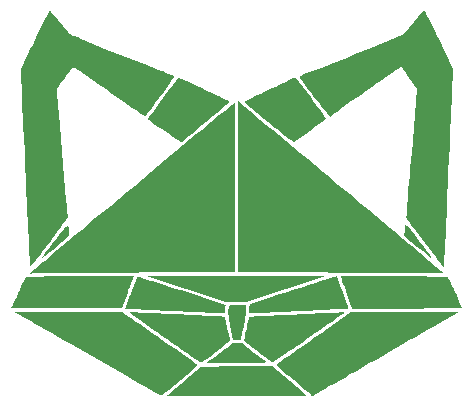
<source format=gbr>
%TF.GenerationSoftware,KiCad,Pcbnew,7.0.2*%
%TF.CreationDate,2023-06-11T16:55:18-04:00*%
%TF.ProjectId,Robocat Pin,526f626f-6361-4742-9050-696e2e6b6963,rev?*%
%TF.SameCoordinates,Original*%
%TF.FileFunction,Soldermask,Top*%
%TF.FilePolarity,Negative*%
%FSLAX46Y46*%
G04 Gerber Fmt 4.6, Leading zero omitted, Abs format (unit mm)*
G04 Created by KiCad (PCBNEW 7.0.2) date 2023-06-11 16:55:18*
%MOMM*%
%LPD*%
G01*
G04 APERTURE LIST*
G04 APERTURE END LIST*
%TO.C,G\u002A\u002A\u002A*%
G36*
X53583557Y-52909760D02*
G01*
X54393876Y-52910280D01*
X55171506Y-52911141D01*
X55900257Y-52912343D01*
X56531322Y-52913796D01*
X60329382Y-52924017D01*
X53559770Y-55109547D01*
X52692945Y-55104348D01*
X51826120Y-55099148D01*
X48488181Y-54011583D01*
X45150242Y-52924017D01*
X48941752Y-52913796D01*
X49608237Y-52912272D01*
X50339167Y-52911088D01*
X51118354Y-52910245D01*
X51929607Y-52909742D01*
X52756738Y-52909581D01*
X53583557Y-52909760D01*
G37*
G36*
X54248734Y-59444285D02*
G01*
X55333739Y-60255562D01*
X54910405Y-60280700D01*
X54765959Y-60286997D01*
X54562979Y-60292540D01*
X54309888Y-60297328D01*
X54015111Y-60301361D01*
X53687071Y-60304638D01*
X53334192Y-60307157D01*
X52964897Y-60308918D01*
X52587610Y-60309920D01*
X52210755Y-60310161D01*
X51842756Y-60309641D01*
X51492036Y-60308359D01*
X51167019Y-60306314D01*
X50876129Y-60303504D01*
X50627789Y-60299930D01*
X50430423Y-60295589D01*
X50292455Y-60290481D01*
X50222309Y-60284605D01*
X50215437Y-60281242D01*
X50260147Y-60245549D01*
X50359258Y-60169007D01*
X50502872Y-60059118D01*
X50681089Y-59923383D01*
X50884012Y-59769304D01*
X51101742Y-59604382D01*
X51324379Y-59436118D01*
X51542026Y-59272014D01*
X51744783Y-59119571D01*
X51922753Y-58986292D01*
X52011092Y-58920447D01*
X52397651Y-58633007D01*
X53163730Y-58633007D01*
X54248734Y-59444285D01*
G37*
G36*
X38476039Y-48617313D02*
G01*
X38501914Y-48720693D01*
X38517805Y-48845876D01*
X38535746Y-49026088D01*
X38554848Y-49210445D01*
X38567218Y-49324921D01*
X38590261Y-49531819D01*
X37447079Y-50479204D01*
X37184317Y-50696407D01*
X36938749Y-50898334D01*
X36717791Y-51078969D01*
X36528859Y-51232293D01*
X36379368Y-51352289D01*
X36276734Y-51432940D01*
X36228371Y-51468228D01*
X36228097Y-51468382D01*
X36205290Y-51465464D01*
X36233499Y-51405076D01*
X36308732Y-51293927D01*
X36414698Y-51149743D01*
X36556372Y-50960357D01*
X36725794Y-50736116D01*
X36915003Y-50487370D01*
X37116040Y-50224465D01*
X37320944Y-49957750D01*
X37521756Y-49697572D01*
X37710516Y-49454279D01*
X37879263Y-49238219D01*
X38020038Y-49059741D01*
X38124881Y-48929191D01*
X38165119Y-48880653D01*
X38274391Y-48755883D01*
X38367808Y-48656635D01*
X38431051Y-48597810D01*
X38445920Y-48588474D01*
X38476039Y-48617313D01*
G37*
G36*
X67127023Y-48599731D02*
G01*
X67197529Y-48658608D01*
X67247299Y-48707376D01*
X67299443Y-48766921D01*
X67390282Y-48878722D01*
X67513835Y-49034900D01*
X67664124Y-49227572D01*
X67835170Y-49448857D01*
X68020994Y-49690873D01*
X68215616Y-49945739D01*
X68413058Y-50205573D01*
X68607341Y-50462494D01*
X68792486Y-50708620D01*
X68962512Y-50936069D01*
X69111443Y-51136961D01*
X69233297Y-51303413D01*
X69322097Y-51427544D01*
X69371863Y-51501472D01*
X69380315Y-51519095D01*
X69342394Y-51507035D01*
X69271060Y-51456455D01*
X69261204Y-51448290D01*
X69206924Y-51402738D01*
X69098768Y-51312101D01*
X68944532Y-51182909D01*
X68752017Y-51021693D01*
X68529020Y-50834983D01*
X68283339Y-50629310D01*
X68057301Y-50440105D01*
X66956409Y-49518654D01*
X66984025Y-49103517D01*
X67000892Y-48871953D01*
X67018764Y-48713107D01*
X67042502Y-48619665D01*
X67076967Y-48584312D01*
X67127023Y-48599731D01*
G37*
G36*
X57222837Y-61807234D02*
G01*
X57563230Y-62094442D01*
X57846641Y-62334351D01*
X58077736Y-62531313D01*
X58261183Y-62689676D01*
X58401646Y-62813793D01*
X58503792Y-62908012D01*
X58572287Y-62976685D01*
X58611796Y-63024161D01*
X58626987Y-63054792D01*
X58622525Y-63072927D01*
X58603076Y-63082917D01*
X58593631Y-63085286D01*
X58540472Y-63088267D01*
X58411279Y-63091213D01*
X58210655Y-63094100D01*
X57943199Y-63096906D01*
X57613515Y-63099606D01*
X57226202Y-63102178D01*
X56785863Y-63104599D01*
X56297099Y-63106845D01*
X55764511Y-63108894D01*
X55192701Y-63110721D01*
X54586270Y-63112304D01*
X53949820Y-63113620D01*
X53287952Y-63114645D01*
X52633385Y-63115333D01*
X46788270Y-63120073D01*
X46888147Y-63025881D01*
X46939217Y-62980991D01*
X47045301Y-62890310D01*
X47199631Y-62759538D01*
X47395442Y-62594378D01*
X47625965Y-62400529D01*
X47884435Y-62183691D01*
X48164083Y-61949566D01*
X48378977Y-61769958D01*
X49769929Y-60608228D01*
X52753421Y-60581359D01*
X55736913Y-60554489D01*
X57222837Y-61807234D01*
G37*
G36*
X53539556Y-55761577D02*
G01*
X53533258Y-55981958D01*
X53516510Y-56217049D01*
X53492457Y-56426820D01*
X53482401Y-56489632D01*
X53458273Y-56617343D01*
X53423293Y-56792331D01*
X53380282Y-57001473D01*
X53332058Y-57231647D01*
X53281443Y-57469730D01*
X53231256Y-57702601D01*
X53184317Y-57917138D01*
X53143446Y-58100218D01*
X53111463Y-58238719D01*
X53091187Y-58319518D01*
X53085881Y-58334793D01*
X53028975Y-58351465D01*
X52921169Y-58363022D01*
X52792112Y-58367999D01*
X52671454Y-58364934D01*
X52612700Y-58358142D01*
X52471978Y-58332534D01*
X52281369Y-57471386D01*
X52222580Y-57199360D01*
X52168066Y-56935130D01*
X52121042Y-56695224D01*
X52084723Y-56496172D01*
X52062325Y-56354499D01*
X52059234Y-56329588D01*
X52046710Y-56155817D01*
X52044180Y-55965928D01*
X52050528Y-55779245D01*
X52064642Y-55615091D01*
X52085406Y-55492791D01*
X52110970Y-55432315D01*
X52161918Y-55419795D01*
X52279536Y-55406678D01*
X52449876Y-55394037D01*
X52658993Y-55382943D01*
X52844135Y-55375926D01*
X53539612Y-55354028D01*
X53539556Y-55761577D01*
G37*
G36*
X44030125Y-52903985D02*
G01*
X44002534Y-52994127D01*
X43982397Y-53052384D01*
X43937916Y-53176328D01*
X43872561Y-53356440D01*
X43789806Y-53583200D01*
X43693121Y-53847088D01*
X43585978Y-54138583D01*
X43508021Y-54350148D01*
X43041099Y-55616028D01*
X42195918Y-55642183D01*
X42030747Y-55646013D01*
X41792214Y-55649675D01*
X41487590Y-55653127D01*
X41124146Y-55656329D01*
X40709156Y-55659241D01*
X40249891Y-55661821D01*
X39753622Y-55664030D01*
X39227623Y-55665827D01*
X38679164Y-55667171D01*
X38115518Y-55668021D01*
X37543957Y-55668337D01*
X37508353Y-55668338D01*
X33665969Y-55668338D01*
X33739985Y-55498070D01*
X33799326Y-55365076D01*
X33886383Y-55174577D01*
X33994264Y-54941240D01*
X34116079Y-54679734D01*
X34244940Y-54404727D01*
X34373957Y-54130887D01*
X34496239Y-53872882D01*
X34604897Y-53645380D01*
X34693041Y-53463049D01*
X34748583Y-53350790D01*
X34909948Y-53031875D01*
X35284383Y-53008463D01*
X35414372Y-53002452D01*
X35617301Y-52995868D01*
X35885476Y-52988822D01*
X36211207Y-52981426D01*
X36586800Y-52973792D01*
X37004562Y-52966031D01*
X37456803Y-52958255D01*
X37935828Y-52950575D01*
X38433946Y-52943104D01*
X38943464Y-52935953D01*
X39456690Y-52929233D01*
X39965932Y-52923056D01*
X40463496Y-52917535D01*
X40941692Y-52912779D01*
X41392825Y-52908902D01*
X41809204Y-52906015D01*
X42183137Y-52904229D01*
X42505424Y-52903655D01*
X44030125Y-52903985D01*
G37*
G36*
X61323809Y-53177124D02*
G01*
X61414139Y-53415443D01*
X61512969Y-53681017D01*
X61616844Y-53964083D01*
X61722308Y-54254877D01*
X61825908Y-54543636D01*
X61924189Y-54820597D01*
X62013696Y-55075997D01*
X62090975Y-55300072D01*
X62152572Y-55483060D01*
X62195032Y-55615198D01*
X62214901Y-55686721D01*
X62215303Y-55696697D01*
X62193668Y-55699016D01*
X62137138Y-55702827D01*
X62042044Y-55708308D01*
X61904718Y-55715637D01*
X61721492Y-55724994D01*
X61488699Y-55736555D01*
X61202670Y-55750500D01*
X60859737Y-55767006D01*
X60456233Y-55786252D01*
X59988488Y-55808416D01*
X59452836Y-55833676D01*
X58845608Y-55862210D01*
X58163136Y-55894198D01*
X57833421Y-55909629D01*
X57547996Y-55923035D01*
X57203863Y-55939283D01*
X56822856Y-55957337D01*
X56426809Y-55976161D01*
X56037555Y-55994719D01*
X55717117Y-56010048D01*
X55391302Y-56025128D01*
X55074842Y-56038783D01*
X54781366Y-56050498D01*
X54524499Y-56059759D01*
X54317869Y-56066054D01*
X54175103Y-56068868D01*
X54153355Y-56068969D01*
X53818914Y-56068969D01*
X53830453Y-55681272D01*
X53841993Y-55293575D01*
X55132151Y-54879238D01*
X55499744Y-54761342D01*
X55900096Y-54633221D01*
X56326154Y-54497112D01*
X56770860Y-54355254D01*
X57227158Y-54209884D01*
X57687994Y-54063242D01*
X58146310Y-53917565D01*
X58595052Y-53775092D01*
X59027163Y-53638060D01*
X59435587Y-53508709D01*
X59813269Y-53389276D01*
X60153152Y-53281999D01*
X60448181Y-53189117D01*
X60691300Y-53112867D01*
X60875453Y-53055489D01*
X60993584Y-53019220D01*
X61026704Y-53009410D01*
X61236496Y-52949474D01*
X61323809Y-53177124D01*
G37*
G36*
X53086040Y-38310679D02*
G01*
X53448770Y-38609205D01*
X53851234Y-38941251D01*
X54290505Y-39304370D01*
X54763655Y-39696112D01*
X55267754Y-40114026D01*
X55799874Y-40555663D01*
X56357087Y-41018573D01*
X56936465Y-41500307D01*
X57535078Y-41998415D01*
X58149999Y-42510447D01*
X58778298Y-43033953D01*
X59417049Y-43566484D01*
X60063321Y-44105591D01*
X60714187Y-44648822D01*
X61366718Y-45193730D01*
X62017985Y-45737863D01*
X62665061Y-46278772D01*
X63305016Y-46814008D01*
X63934923Y-47341121D01*
X64551852Y-47857661D01*
X65152876Y-48361179D01*
X65735066Y-48849224D01*
X66295493Y-49319347D01*
X66831229Y-49769099D01*
X67339345Y-50196029D01*
X67816913Y-50597689D01*
X68261005Y-50971627D01*
X68668693Y-51315395D01*
X69037046Y-51626543D01*
X69363138Y-51902621D01*
X69644040Y-52141179D01*
X69876822Y-52339768D01*
X70058558Y-52495938D01*
X70186318Y-52607239D01*
X70257174Y-52671222D01*
X70271358Y-52686457D01*
X70231307Y-52690923D01*
X70112203Y-52694190D01*
X69915619Y-52696267D01*
X69643128Y-52697160D01*
X69296301Y-52696876D01*
X68876713Y-52695424D01*
X68385936Y-52692809D01*
X67825542Y-52689040D01*
X67197105Y-52684124D01*
X66502197Y-52678067D01*
X65742391Y-52670877D01*
X64919260Y-52662561D01*
X64808342Y-52661404D01*
X64412871Y-52657682D01*
X63946123Y-52654006D01*
X63417455Y-52650419D01*
X62836227Y-52646962D01*
X62211795Y-52643677D01*
X61553517Y-52640606D01*
X60870751Y-52637790D01*
X60172855Y-52635272D01*
X59469188Y-52633092D01*
X58769106Y-52631293D01*
X58081967Y-52629916D01*
X57581437Y-52629187D01*
X52894532Y-52623543D01*
X52894532Y-38153306D01*
X53086040Y-38310679D01*
G37*
G36*
X59004922Y-37811441D02*
G01*
X59250467Y-38135698D01*
X59481952Y-38441356D01*
X59694737Y-38722291D01*
X59884183Y-38972381D01*
X60045650Y-39185500D01*
X60174500Y-39355525D01*
X60266092Y-39476332D01*
X60315788Y-39541798D01*
X60323040Y-39551304D01*
X60312691Y-39582099D01*
X60254370Y-39643837D01*
X60144713Y-39739266D01*
X59980361Y-39871130D01*
X59757953Y-40042178D01*
X59474127Y-40255154D01*
X59338800Y-40355546D01*
X58968092Y-40628799D01*
X58630621Y-40875509D01*
X58331563Y-41091976D01*
X58076091Y-41274504D01*
X57869382Y-41419394D01*
X57716608Y-41522947D01*
X57625149Y-41580230D01*
X57578312Y-41565930D01*
X57480375Y-41508162D01*
X57342522Y-41414346D01*
X57175938Y-41291903D01*
X57083747Y-41221003D01*
X56856738Y-41042271D01*
X56599986Y-40837334D01*
X56319835Y-40611477D01*
X56022628Y-40369984D01*
X55714709Y-40118138D01*
X55402420Y-39861225D01*
X55092104Y-39604529D01*
X54790106Y-39353334D01*
X54502768Y-39112923D01*
X54236433Y-38888583D01*
X53997445Y-38685596D01*
X53792148Y-38509247D01*
X53626883Y-38364820D01*
X53507996Y-38257600D01*
X53441828Y-38192872D01*
X53430246Y-38177432D01*
X53460328Y-38147113D01*
X53552343Y-38089373D01*
X53695049Y-38010446D01*
X53877201Y-37916570D01*
X54072688Y-37821059D01*
X54262782Y-37730778D01*
X54498876Y-37619228D01*
X54771840Y-37490676D01*
X55072544Y-37349387D01*
X55391857Y-37199627D01*
X55720648Y-37045664D01*
X56049787Y-36891763D01*
X56370143Y-36742190D01*
X56672585Y-36601212D01*
X56947984Y-36473094D01*
X57187208Y-36362103D01*
X57381127Y-36272505D01*
X57520609Y-36208566D01*
X57596526Y-36174552D01*
X57597350Y-36174199D01*
X57724135Y-36120000D01*
X59004922Y-37811441D01*
G37*
G36*
X44440852Y-52996020D02*
G01*
X44556645Y-53029699D01*
X44729157Y-53082075D01*
X44948419Y-53150076D01*
X45204459Y-53230629D01*
X45487306Y-53320661D01*
X45572468Y-53347959D01*
X46196638Y-53548415D01*
X46879215Y-53767757D01*
X47601916Y-54000105D01*
X48346463Y-54239579D01*
X49094574Y-54480300D01*
X49827969Y-54716387D01*
X50528368Y-54941960D01*
X50611780Y-54968832D01*
X51816488Y-55356960D01*
X51791066Y-55598652D01*
X51777067Y-55750752D01*
X51767834Y-55887539D01*
X51765643Y-55954657D01*
X51765643Y-56068969D01*
X51332231Y-56061009D01*
X51111335Y-56056257D01*
X50881049Y-56050166D01*
X50677352Y-56043729D01*
X50596437Y-56040681D01*
X50450448Y-56034492D01*
X50236510Y-56025117D01*
X49962496Y-56012918D01*
X49636279Y-55998257D01*
X49265733Y-55981497D01*
X48858730Y-55963001D01*
X48423146Y-55943132D01*
X47966852Y-55922252D01*
X47497722Y-55900723D01*
X47023630Y-55878910D01*
X46552450Y-55857173D01*
X46092053Y-55835877D01*
X45650315Y-55815383D01*
X45235108Y-55796054D01*
X44854305Y-55778253D01*
X44515781Y-55762343D01*
X44227408Y-55748686D01*
X43997059Y-55737645D01*
X43832610Y-55729583D01*
X43749826Y-55725304D01*
X43552030Y-55713148D01*
X43422395Y-55700939D01*
X43348492Y-55686043D01*
X43317889Y-55665830D01*
X43318155Y-55637665D01*
X43319456Y-55634170D01*
X43339855Y-55580956D01*
X43384861Y-55462754D01*
X43450674Y-55289569D01*
X43533496Y-55071402D01*
X43629528Y-54818256D01*
X43734972Y-54540134D01*
X43763748Y-54464207D01*
X43905842Y-54089927D01*
X44022747Y-53783992D01*
X44117338Y-53539631D01*
X44192487Y-53350072D01*
X44251068Y-53208543D01*
X44295955Y-53108272D01*
X44330019Y-53042487D01*
X44356136Y-53004417D01*
X44377177Y-52987289D01*
X44391750Y-52984111D01*
X44440852Y-52996020D01*
G37*
G36*
X62989829Y-52905928D02*
G01*
X63408959Y-52907777D01*
X63891482Y-52911080D01*
X64440368Y-52915839D01*
X65058585Y-52922057D01*
X65749100Y-52929736D01*
X66514882Y-52938878D01*
X67187072Y-52947290D01*
X67705880Y-52954239D01*
X68201561Y-52961552D01*
X68668188Y-52969101D01*
X69099834Y-52976758D01*
X69490570Y-52984397D01*
X69834471Y-52991891D01*
X70125608Y-52999112D01*
X70358054Y-53005935D01*
X70525882Y-53012232D01*
X70623164Y-53017876D01*
X70646119Y-53021376D01*
X70674018Y-53067882D01*
X70728725Y-53176024D01*
X70805693Y-53335737D01*
X70900376Y-53536956D01*
X71008227Y-53769616D01*
X71124701Y-54023651D01*
X71245250Y-54288996D01*
X71365328Y-54555584D01*
X71480389Y-54813351D01*
X71585886Y-55052232D01*
X71677273Y-55262160D01*
X71750003Y-55433070D01*
X71799529Y-55554897D01*
X71821307Y-55617575D01*
X71821544Y-55623663D01*
X71776835Y-55628787D01*
X71654856Y-55634269D01*
X71458970Y-55640066D01*
X71192541Y-55646132D01*
X70858933Y-55652425D01*
X70461508Y-55658900D01*
X70003631Y-55665512D01*
X69488665Y-55672219D01*
X68919974Y-55678974D01*
X68300921Y-55685736D01*
X67634870Y-55692458D01*
X66925185Y-55699098D01*
X66175228Y-55705611D01*
X65388364Y-55711953D01*
X64693447Y-55717173D01*
X62562680Y-55732659D01*
X62522486Y-55630388D01*
X62457794Y-55462401D01*
X62378034Y-55249946D01*
X62286912Y-55003396D01*
X62188131Y-54733126D01*
X62085397Y-54449506D01*
X61982414Y-54162912D01*
X61882886Y-53883715D01*
X61790520Y-53622288D01*
X61709018Y-53389005D01*
X61642086Y-53194238D01*
X61593428Y-53048361D01*
X61566750Y-52961746D01*
X61562786Y-52943244D01*
X61581621Y-52933534D01*
X61640103Y-52925261D01*
X61741202Y-52918428D01*
X61887886Y-52913036D01*
X62083122Y-52909088D01*
X62329879Y-52906586D01*
X62631125Y-52905532D01*
X62989829Y-52905928D01*
G37*
G36*
X67840846Y-55953665D02*
G01*
X68395003Y-55954663D01*
X68833896Y-55956259D01*
X71569291Y-55968812D01*
X70849769Y-56384541D01*
X70542012Y-56562207D01*
X70188997Y-56765732D01*
X69795014Y-56992658D01*
X69364351Y-57240525D01*
X68901296Y-57506874D01*
X68410139Y-57789246D01*
X67895168Y-58085182D01*
X67360672Y-58392224D01*
X66810940Y-58707911D01*
X66250259Y-59029786D01*
X65682920Y-59355389D01*
X65113210Y-59682261D01*
X64545419Y-60007943D01*
X63983834Y-60329976D01*
X63432746Y-60645901D01*
X62896441Y-60953260D01*
X62379210Y-61249592D01*
X61885341Y-61532439D01*
X61419122Y-61799342D01*
X60984842Y-62047843D01*
X60586791Y-62275481D01*
X60229255Y-62479798D01*
X59916526Y-62658336D01*
X59652890Y-62808634D01*
X59442636Y-62928234D01*
X59290055Y-63014677D01*
X59199433Y-63065504D01*
X59174347Y-63078881D01*
X59141802Y-63053947D01*
X59057214Y-62985105D01*
X58930095Y-62880208D01*
X58769954Y-62747110D01*
X58586301Y-62593661D01*
X58559135Y-62570901D01*
X58237866Y-62300878D01*
X57918180Y-62030747D01*
X57606764Y-61766268D01*
X57310306Y-61513197D01*
X57035492Y-61277293D01*
X56789011Y-61064315D01*
X56577549Y-60880020D01*
X56407794Y-60730166D01*
X56286433Y-60620511D01*
X56220723Y-60557417D01*
X56099770Y-60429571D01*
X56200152Y-60348397D01*
X56267987Y-60297486D01*
X56399235Y-60202968D01*
X56591021Y-60066853D01*
X56840464Y-59891149D01*
X57144688Y-59677866D01*
X57500813Y-59429013D01*
X57905963Y-59146599D01*
X58357259Y-58832633D01*
X58851822Y-58489124D01*
X59386776Y-58118081D01*
X59959241Y-57721513D01*
X60423994Y-57399885D01*
X62450123Y-55998307D01*
X64274312Y-55971007D01*
X64653070Y-55966237D01*
X65098568Y-55962156D01*
X65596910Y-55958810D01*
X66134203Y-55956242D01*
X66696552Y-55954499D01*
X67270065Y-55953625D01*
X67840846Y-55953665D01*
G37*
G36*
X47847264Y-36158017D02*
G01*
X47889839Y-36169041D01*
X47952996Y-36191089D01*
X48041603Y-36226299D01*
X48160526Y-36276809D01*
X48314631Y-36344759D01*
X48508785Y-36432287D01*
X48747854Y-36541530D01*
X49036705Y-36674629D01*
X49380203Y-36833721D01*
X49783217Y-37020945D01*
X50250612Y-37238440D01*
X50656913Y-37427639D01*
X50958017Y-37568381D01*
X51240726Y-37701491D01*
X51495467Y-37822388D01*
X51712667Y-37926492D01*
X51882753Y-38009221D01*
X51996152Y-38065996D01*
X52037165Y-38088133D01*
X52167576Y-38166540D01*
X51835400Y-38454111D01*
X51602656Y-38654664D01*
X51341036Y-38878469D01*
X51056632Y-39120438D01*
X50755538Y-39375487D01*
X50443847Y-39638530D01*
X50127651Y-39904482D01*
X49813043Y-40168257D01*
X49506118Y-40424770D01*
X49212967Y-40668935D01*
X48939683Y-40895667D01*
X48692361Y-41099881D01*
X48477092Y-41276491D01*
X48299970Y-41420411D01*
X48167087Y-41526557D01*
X48084538Y-41589842D01*
X48058804Y-41606193D01*
X48017952Y-41584676D01*
X47921204Y-41524691D01*
X47779163Y-41433090D01*
X47602431Y-41316722D01*
X47401612Y-41182437D01*
X47371074Y-41161853D01*
X47160437Y-41018103D01*
X46918502Y-40850311D01*
X46657077Y-40666921D01*
X46387969Y-40476376D01*
X46122986Y-40287118D01*
X45873935Y-40107590D01*
X45652623Y-39946234D01*
X45470859Y-39811495D01*
X45340448Y-39711814D01*
X45316389Y-39692664D01*
X45217135Y-39612595D01*
X45325617Y-39449701D01*
X45364461Y-39395563D01*
X45445916Y-39285146D01*
X45564134Y-39126216D01*
X45713272Y-38926539D01*
X45887483Y-38693883D01*
X46080923Y-38436013D01*
X46287745Y-38160696D01*
X46502105Y-37875697D01*
X46718156Y-37588784D01*
X46930054Y-37307723D01*
X47131953Y-37040279D01*
X47318006Y-36794220D01*
X47482370Y-36577311D01*
X47619198Y-36397319D01*
X47722645Y-36262010D01*
X47786866Y-36179151D01*
X47794373Y-36169700D01*
X47804398Y-36160485D01*
X47820406Y-36155878D01*
X47847264Y-36158017D01*
G37*
G36*
X43871061Y-56002499D02*
G01*
X44045967Y-56007357D01*
X44272540Y-56015204D01*
X44541155Y-56025718D01*
X44842190Y-56038575D01*
X45036931Y-56047398D01*
X45344331Y-56061601D01*
X45717886Y-56078826D01*
X46143201Y-56098413D01*
X46605883Y-56119697D01*
X47091537Y-56142019D01*
X47585767Y-56164716D01*
X48074181Y-56187126D01*
X48540247Y-56208489D01*
X49121142Y-56235169D01*
X49626716Y-56258569D01*
X50062202Y-56278980D01*
X50432833Y-56296694D01*
X50743842Y-56312001D01*
X51000463Y-56325193D01*
X51207929Y-56336561D01*
X51371473Y-56346396D01*
X51496328Y-56354989D01*
X51587729Y-56362632D01*
X51650907Y-56369615D01*
X51691096Y-56376230D01*
X51713530Y-56382767D01*
X51718509Y-56385304D01*
X51738072Y-56429711D01*
X51771688Y-56541256D01*
X51816439Y-56708749D01*
X51869405Y-56920997D01*
X51927667Y-57166807D01*
X51965126Y-57330957D01*
X52024615Y-57594601D01*
X52079071Y-57834297D01*
X52125782Y-58038237D01*
X52162035Y-58194615D01*
X52185117Y-58291623D01*
X52191495Y-58316348D01*
X52184042Y-58347853D01*
X52145109Y-58399120D01*
X52070338Y-58473798D01*
X51955374Y-58575535D01*
X51795859Y-58707982D01*
X51587436Y-58874787D01*
X51325748Y-59079600D01*
X51006438Y-59326070D01*
X50766176Y-59510149D01*
X50452308Y-59748215D01*
X50198009Y-59936886D01*
X50000782Y-60077915D01*
X49858127Y-60173054D01*
X49767544Y-60224056D01*
X49733007Y-60234427D01*
X49682140Y-60212560D01*
X49582870Y-60154971D01*
X49452707Y-60072095D01*
X49386913Y-60028108D01*
X48986914Y-59755655D01*
X48570520Y-59470203D01*
X48142683Y-59175266D01*
X47708358Y-58874358D01*
X47272496Y-58570996D01*
X46840052Y-58268692D01*
X46415978Y-57970963D01*
X46005227Y-57681323D01*
X45612753Y-57403287D01*
X45243508Y-57140370D01*
X44902446Y-56896086D01*
X44594520Y-56673950D01*
X44324683Y-56477478D01*
X44097889Y-56310183D01*
X43919089Y-56175582D01*
X43793238Y-56077188D01*
X43725288Y-56018516D01*
X43714740Y-56003042D01*
X43757444Y-56000953D01*
X43871061Y-56002499D01*
G37*
G36*
X61819310Y-56007807D02*
G01*
X61866820Y-56020976D01*
X61866542Y-56026696D01*
X61824332Y-56064560D01*
X61721667Y-56143158D01*
X61564304Y-56258534D01*
X61358005Y-56406729D01*
X61108527Y-56583787D01*
X60821631Y-56785749D01*
X60503077Y-57008657D01*
X60158623Y-57248555D01*
X59794030Y-57501484D01*
X59415056Y-57763487D01*
X59027461Y-58030607D01*
X58637005Y-58298885D01*
X58249447Y-58564364D01*
X57870547Y-58823087D01*
X57506064Y-59071096D01*
X57161758Y-59304433D01*
X56843387Y-59519141D01*
X56556713Y-59711262D01*
X56307493Y-59876838D01*
X56101488Y-60011912D01*
X55944458Y-60112526D01*
X55842160Y-60174723D01*
X55800977Y-60194623D01*
X55748652Y-60171669D01*
X55643647Y-60108575D01*
X55497907Y-60013116D01*
X55323379Y-59893071D01*
X55170249Y-59783976D01*
X54909442Y-59594148D01*
X54646029Y-59400211D01*
X54388385Y-59208539D01*
X54144889Y-59025504D01*
X53923918Y-58857478D01*
X53733847Y-58710835D01*
X53583054Y-58591947D01*
X53479915Y-58507187D01*
X53432808Y-58462928D01*
X53431758Y-58461403D01*
X53415063Y-58412107D01*
X53411670Y-58332098D01*
X53422840Y-58212609D01*
X53449832Y-58044870D01*
X53493905Y-57820115D01*
X53556320Y-57529575D01*
X53582650Y-57411083D01*
X53651339Y-57104529D01*
X53705430Y-56867069D01*
X53747844Y-56689583D01*
X53781501Y-56562954D01*
X53809322Y-56478063D01*
X53834229Y-56425790D01*
X53859141Y-56397019D01*
X53886980Y-56382628D01*
X53914499Y-56375049D01*
X53967656Y-56369891D01*
X54095459Y-56361527D01*
X54291998Y-56350250D01*
X54551360Y-56336356D01*
X54867635Y-56320137D01*
X55234911Y-56301889D01*
X55647277Y-56281904D01*
X56098820Y-56260478D01*
X56583631Y-56237903D01*
X57095798Y-56214475D01*
X57593063Y-56192106D01*
X58132695Y-56167967D01*
X58655682Y-56144453D01*
X59155532Y-56121864D01*
X59625751Y-56100498D01*
X60059847Y-56080653D01*
X60451327Y-56062629D01*
X60793698Y-56046724D01*
X61080466Y-56033238D01*
X61305140Y-56022468D01*
X61461226Y-56014714D01*
X61534752Y-56010739D01*
X61705159Y-56004228D01*
X61819310Y-56007807D01*
G37*
G36*
X43666938Y-56381909D02*
G01*
X43802700Y-56476772D01*
X43997544Y-56612907D01*
X44244588Y-56785506D01*
X44536948Y-56989760D01*
X44867741Y-57220860D01*
X45230083Y-57473997D01*
X45617092Y-57744363D01*
X46021885Y-58027149D01*
X46437577Y-58317546D01*
X46790400Y-58564020D01*
X47193091Y-58845452D01*
X47578052Y-59114729D01*
X47939967Y-59368119D01*
X48273522Y-59601891D01*
X48573402Y-59812312D01*
X48834294Y-59995651D01*
X49050883Y-60148175D01*
X49217853Y-60266153D01*
X49329891Y-60345852D01*
X49381683Y-60383541D01*
X49383078Y-60384641D01*
X49472109Y-60456279D01*
X48757025Y-61077056D01*
X48529492Y-61273516D01*
X48281812Y-61485508D01*
X48021732Y-61706571D01*
X47756997Y-61930245D01*
X47495351Y-62150070D01*
X47244540Y-62359586D01*
X47012309Y-62552332D01*
X46806404Y-62721848D01*
X46634568Y-62861675D01*
X46504548Y-62965351D01*
X46424089Y-63026416D01*
X46405025Y-63038867D01*
X46342717Y-63037363D01*
X46226176Y-62992954D01*
X46051111Y-62903821D01*
X45939770Y-62841616D01*
X45504398Y-62593062D01*
X45034352Y-62324448D01*
X44533736Y-62038131D01*
X44006651Y-61736471D01*
X43457202Y-61421824D01*
X42889489Y-61096549D01*
X42307617Y-60763005D01*
X41715688Y-60423548D01*
X41117804Y-60080537D01*
X40518068Y-59736330D01*
X39920583Y-59393285D01*
X39329452Y-59053760D01*
X38748776Y-58720113D01*
X38182660Y-58394702D01*
X37635204Y-58079886D01*
X37110513Y-57778021D01*
X36612689Y-57491466D01*
X36145835Y-57222580D01*
X35714052Y-56973720D01*
X35321445Y-56747244D01*
X34972115Y-56545510D01*
X34670165Y-56370876D01*
X34419698Y-56225701D01*
X34224816Y-56112342D01*
X34089623Y-56033157D01*
X34018221Y-55990504D01*
X34007818Y-55983706D01*
X34041974Y-55978874D01*
X34152282Y-55974276D01*
X34334260Y-55969946D01*
X34583425Y-55965918D01*
X34895294Y-55962229D01*
X35265384Y-55958912D01*
X35689214Y-55956002D01*
X36162300Y-55953535D01*
X36680160Y-55951544D01*
X37238311Y-55950065D01*
X37832271Y-55949133D01*
X38457556Y-55948782D01*
X38508319Y-55948780D01*
X43047121Y-55948780D01*
X43666938Y-56381909D01*
G37*
G36*
X52590158Y-38280288D02*
G01*
X52592677Y-38395798D01*
X52595108Y-38583413D01*
X52597435Y-38839121D01*
X52599645Y-39158913D01*
X52601725Y-39538777D01*
X52603660Y-39974702D01*
X52605436Y-40462679D01*
X52607040Y-40998695D01*
X52608458Y-41578741D01*
X52609676Y-42198805D01*
X52610680Y-42854877D01*
X52611456Y-43542946D01*
X52611991Y-44259002D01*
X52612270Y-44999032D01*
X52612310Y-45405895D01*
X52612310Y-52570897D01*
X51940633Y-52597220D01*
X51789560Y-52601534D01*
X51565982Y-52605648D01*
X51278026Y-52609505D01*
X50933822Y-52613044D01*
X50541498Y-52616208D01*
X50109182Y-52618937D01*
X49645005Y-52621172D01*
X49157094Y-52622855D01*
X48653578Y-52623926D01*
X48201188Y-52624317D01*
X47722068Y-52624743D01*
X47202089Y-52625763D01*
X46646191Y-52627340D01*
X46059316Y-52629433D01*
X45446405Y-52632005D01*
X44812398Y-52635016D01*
X44162236Y-52638427D01*
X43500860Y-52642198D01*
X42833211Y-52646293D01*
X42164230Y-52650670D01*
X41498857Y-52655291D01*
X40842033Y-52660118D01*
X40198700Y-52665111D01*
X39573798Y-52670232D01*
X38972267Y-52675441D01*
X38399049Y-52680699D01*
X37859085Y-52685968D01*
X37357315Y-52691208D01*
X36898681Y-52696381D01*
X36488122Y-52701447D01*
X36130580Y-52706368D01*
X35830996Y-52711105D01*
X35594310Y-52715618D01*
X35425464Y-52719869D01*
X35329398Y-52723818D01*
X35308862Y-52725990D01*
X35248891Y-52729959D01*
X35235485Y-52714010D01*
X35234999Y-52707973D01*
X35235655Y-52701647D01*
X35240620Y-52692362D01*
X35253063Y-52677446D01*
X35276152Y-52654231D01*
X35313055Y-52620044D01*
X35366940Y-52572215D01*
X35440976Y-52508075D01*
X35538331Y-52424952D01*
X35662172Y-52320176D01*
X35815669Y-52191076D01*
X36001989Y-52034982D01*
X36224301Y-51849223D01*
X36485773Y-51631129D01*
X36789573Y-51378028D01*
X37138869Y-51087252D01*
X37536829Y-50756129D01*
X37986622Y-50381988D01*
X38491416Y-49962159D01*
X39054380Y-49493972D01*
X39146278Y-49417544D01*
X39642250Y-49004969D01*
X40191298Y-48548071D01*
X40784756Y-48054069D01*
X41413961Y-47530178D01*
X42070249Y-46983619D01*
X42744956Y-46421607D01*
X43429418Y-45851362D01*
X44114971Y-45280101D01*
X44792951Y-44715041D01*
X45454693Y-44163401D01*
X46091534Y-43632398D01*
X46694811Y-43129250D01*
X46887231Y-42968734D01*
X47583556Y-42387846D01*
X48220760Y-41856316D01*
X48801465Y-41371970D01*
X49328295Y-40932633D01*
X49803871Y-40536128D01*
X50230817Y-40180281D01*
X50611757Y-39862916D01*
X50949311Y-39581858D01*
X51246104Y-39334931D01*
X51504759Y-39119960D01*
X51727897Y-38934769D01*
X51918143Y-38777184D01*
X52078118Y-38645028D01*
X52210446Y-38536127D01*
X52317750Y-38448304D01*
X52402651Y-38379386D01*
X52467775Y-38327195D01*
X52515742Y-38289558D01*
X52549176Y-38264298D01*
X52570700Y-38249240D01*
X52582936Y-38242208D01*
X52587563Y-38240894D01*
X52590158Y-38280288D01*
G37*
G36*
X68630805Y-30431938D02*
G01*
X68684805Y-30531902D01*
X68767871Y-30692606D01*
X68877126Y-30908282D01*
X69009693Y-31173165D01*
X69162697Y-31481487D01*
X69333261Y-31827484D01*
X69518508Y-32205389D01*
X69715562Y-32609435D01*
X69859121Y-32905014D01*
X71079345Y-35421632D01*
X70896689Y-39445379D01*
X70839108Y-40712452D01*
X70784436Y-41912758D01*
X70732718Y-43045282D01*
X70684001Y-44109008D01*
X70638334Y-45102918D01*
X70595764Y-46025998D01*
X70556336Y-46877231D01*
X70520100Y-47655601D01*
X70487101Y-48360092D01*
X70457387Y-48989687D01*
X70431005Y-49543371D01*
X70408003Y-50020127D01*
X70388428Y-50418940D01*
X70372326Y-50738792D01*
X70371296Y-50758867D01*
X70355956Y-51061123D01*
X70342078Y-51341829D01*
X70330191Y-51589718D01*
X70320821Y-51793523D01*
X70314498Y-51941975D01*
X70311750Y-52023809D01*
X70311675Y-52030870D01*
X70300982Y-52111638D01*
X70277129Y-52142786D01*
X70247407Y-52111670D01*
X70173420Y-52021927D01*
X70059371Y-51878960D01*
X69909468Y-51688178D01*
X69727914Y-51454983D01*
X69518915Y-51184784D01*
X69286676Y-50882985D01*
X69035403Y-50554991D01*
X68769300Y-50206208D01*
X68711005Y-50129616D01*
X68441229Y-49774752D01*
X68185083Y-49437319D01*
X67946852Y-49122992D01*
X67730817Y-48837445D01*
X67541264Y-48586354D01*
X67382473Y-48375393D01*
X67258730Y-48210238D01*
X67174316Y-48096563D01*
X67133514Y-48040043D01*
X67131098Y-48036319D01*
X67125241Y-48010986D01*
X67122678Y-47957233D01*
X67123682Y-47871565D01*
X67128526Y-47750489D01*
X67137484Y-47590512D01*
X67150830Y-47388140D01*
X67168837Y-47139880D01*
X67191780Y-46842238D01*
X67219931Y-46491719D01*
X67253566Y-46084832D01*
X67292956Y-45618082D01*
X67338377Y-45087975D01*
X67390101Y-44491018D01*
X67448403Y-43823718D01*
X67513556Y-43082581D01*
X67563793Y-42513374D01*
X68044818Y-37070555D01*
X67378611Y-36163374D01*
X67204541Y-35926580D01*
X67045435Y-35710596D01*
X66907635Y-35523997D01*
X66797485Y-35375358D01*
X66721329Y-35273252D01*
X66685509Y-35226254D01*
X66684175Y-35224672D01*
X66676576Y-35220123D01*
X66662802Y-35221060D01*
X66639106Y-35230065D01*
X66601741Y-35249718D01*
X66546961Y-35282600D01*
X66471020Y-35331293D01*
X66370170Y-35398378D01*
X66240666Y-35486435D01*
X66078761Y-35598046D01*
X65880707Y-35735791D01*
X65642760Y-35902252D01*
X65361172Y-36100010D01*
X65032196Y-36331645D01*
X64652086Y-36599739D01*
X64217096Y-36906873D01*
X63723479Y-37255628D01*
X63235961Y-37600187D01*
X62840653Y-37879506D01*
X62462695Y-38146389D01*
X62107501Y-38397022D01*
X61780489Y-38627590D01*
X61487074Y-38834282D01*
X61232674Y-39013282D01*
X61022704Y-39160778D01*
X60862581Y-39272955D01*
X60757722Y-39346000D01*
X60714638Y-39375413D01*
X60612363Y-39440805D01*
X60190511Y-38891810D01*
X60059713Y-38721341D01*
X59890171Y-38499994D01*
X59691823Y-38240765D01*
X59474608Y-37956650D01*
X59248464Y-37660647D01*
X59023329Y-37365751D01*
X58927533Y-37240198D01*
X58728691Y-36979621D01*
X58544505Y-36738400D01*
X58380846Y-36524217D01*
X58243586Y-36344750D01*
X58138599Y-36207677D01*
X58071757Y-36120679D01*
X58049727Y-36092335D01*
X58042443Y-36072644D01*
X58055126Y-36049267D01*
X58093968Y-36019482D01*
X58165158Y-35980562D01*
X58274886Y-35929784D01*
X58429343Y-35864423D01*
X58634718Y-35781753D01*
X58897201Y-35679051D01*
X59222982Y-35553592D01*
X59606025Y-35407309D01*
X60147145Y-35199610D01*
X60747389Y-34966462D01*
X61391713Y-34713860D01*
X62065073Y-34447799D01*
X62752426Y-34174272D01*
X63438729Y-33899275D01*
X64108938Y-33628800D01*
X64748008Y-33368844D01*
X65340898Y-33125400D01*
X65552393Y-33037872D01*
X66901207Y-32478283D01*
X67739902Y-31443421D01*
X67941423Y-31195555D01*
X68127349Y-30968382D01*
X68291551Y-30769275D01*
X68427896Y-30605609D01*
X68530254Y-30484756D01*
X68592494Y-30414092D01*
X68608747Y-30398478D01*
X68630805Y-30431938D01*
G37*
G36*
X36953118Y-30445281D02*
G01*
X36997758Y-30484415D01*
X37063823Y-30553858D01*
X37156248Y-30659205D01*
X37279972Y-30806053D01*
X37439930Y-30999997D01*
X37641059Y-31246633D01*
X37836404Y-31487468D01*
X38057844Y-31760254D01*
X38235902Y-31977432D01*
X38377337Y-32146145D01*
X38488908Y-32273536D01*
X38577374Y-32366750D01*
X38649494Y-32432928D01*
X38712026Y-32479214D01*
X38771730Y-32512752D01*
X38831454Y-32539093D01*
X38927472Y-32578758D01*
X39084898Y-32644370D01*
X39290914Y-32730560D01*
X39532706Y-32831961D01*
X39797458Y-32943207D01*
X40013104Y-33033969D01*
X40550971Y-33258601D01*
X41146468Y-33503891D01*
X41785581Y-33764263D01*
X42454297Y-34034143D01*
X43138603Y-34307957D01*
X43824485Y-34580130D01*
X44497931Y-34845086D01*
X45144927Y-35097251D01*
X45751460Y-35331052D01*
X46303518Y-35540912D01*
X46504215Y-35616256D01*
X46762319Y-35713546D01*
X46995570Y-35802992D01*
X47193245Y-35880358D01*
X47344618Y-35941407D01*
X47438967Y-35981903D01*
X47465685Y-35996066D01*
X47454446Y-36037675D01*
X47402193Y-36132727D01*
X47315810Y-36270207D01*
X47202180Y-36439101D01*
X47085653Y-36604216D01*
X46931441Y-36816900D01*
X46755080Y-37057765D01*
X46562329Y-37319154D01*
X46358946Y-37593412D01*
X46150691Y-37872881D01*
X45943323Y-38149905D01*
X45742602Y-38416828D01*
X45554285Y-38665994D01*
X45384132Y-38889747D01*
X45237903Y-39080429D01*
X45121356Y-39230385D01*
X45040251Y-39331959D01*
X45000346Y-39377494D01*
X44998575Y-39378844D01*
X44965920Y-39374268D01*
X44896006Y-39341353D01*
X44786564Y-39278551D01*
X44635328Y-39184313D01*
X44440030Y-39057090D01*
X44198403Y-38895334D01*
X43908180Y-38697497D01*
X43567092Y-38462029D01*
X43172873Y-38187383D01*
X42723256Y-37872010D01*
X42215973Y-37514361D01*
X41648757Y-37112888D01*
X41019340Y-36666041D01*
X40843023Y-36540673D01*
X40456555Y-36267040D01*
X40102309Y-36018703D01*
X39785613Y-35799293D01*
X39511798Y-35612442D01*
X39286191Y-35461783D01*
X39114122Y-35350948D01*
X39000920Y-35283570D01*
X38990759Y-35278168D01*
X38910065Y-35252688D01*
X38864708Y-35262498D01*
X38817625Y-35319833D01*
X38731731Y-35430134D01*
X38615804Y-35581681D01*
X38478623Y-35762756D01*
X38328966Y-35961639D01*
X38175612Y-36166613D01*
X38027338Y-36365959D01*
X37892923Y-36547957D01*
X37781145Y-36700890D01*
X37700783Y-36813038D01*
X37672660Y-36853829D01*
X37518890Y-37083963D01*
X37567859Y-37712507D01*
X37578036Y-37839385D01*
X37594503Y-38039847D01*
X37616733Y-38307639D01*
X37644199Y-38636506D01*
X37676376Y-39020194D01*
X37712736Y-39452448D01*
X37752753Y-39927013D01*
X37795899Y-40437634D01*
X37841650Y-40978058D01*
X37889476Y-41542028D01*
X37938853Y-42123292D01*
X37978367Y-42587739D01*
X38028455Y-43176225D01*
X38077352Y-43750980D01*
X38124538Y-44305888D01*
X38169494Y-44834834D01*
X38211701Y-45331702D01*
X38250640Y-45790377D01*
X38285793Y-46204743D01*
X38316639Y-46568684D01*
X38342661Y-46876085D01*
X38363338Y-47120831D01*
X38378153Y-47296805D01*
X38385498Y-47384733D01*
X38431091Y-47935039D01*
X38300283Y-48149510D01*
X38236351Y-48246741D01*
X38133282Y-48394538D01*
X38000633Y-48579602D01*
X37847962Y-48788634D01*
X37684824Y-49008334D01*
X37644924Y-49061506D01*
X37518793Y-49228767D01*
X37363405Y-49434081D01*
X37184547Y-49669864D01*
X36988006Y-49928530D01*
X36779571Y-50202493D01*
X36565030Y-50484170D01*
X36350169Y-50765973D01*
X36140777Y-51040319D01*
X35942642Y-51299621D01*
X35761552Y-51536294D01*
X35603293Y-51742752D01*
X35473654Y-51911412D01*
X35378423Y-52034686D01*
X35323387Y-52104990D01*
X35313299Y-52117299D01*
X35292885Y-52101225D01*
X35272052Y-52023597D01*
X35259552Y-51937015D01*
X35250941Y-51834919D01*
X35239174Y-51658759D01*
X35224230Y-51408155D01*
X35206092Y-51082724D01*
X35184741Y-50682086D01*
X35160158Y-50205857D01*
X35132324Y-49653657D01*
X35101221Y-49025103D01*
X35066831Y-48319814D01*
X35029134Y-47537408D01*
X34988112Y-46677503D01*
X34943746Y-45739718D01*
X34896018Y-44723670D01*
X34844908Y-43628979D01*
X34790399Y-42455262D01*
X34732472Y-41202137D01*
X34690482Y-40290604D01*
X34466846Y-35429432D01*
X35099307Y-34120888D01*
X35288262Y-33730500D01*
X35480877Y-33333576D01*
X35673893Y-32936756D01*
X35864049Y-32546684D01*
X36048085Y-32169999D01*
X36222741Y-31813345D01*
X36384756Y-31483363D01*
X36530870Y-31186694D01*
X36657823Y-30929981D01*
X36762355Y-30719864D01*
X36841205Y-30562986D01*
X36891114Y-30465987D01*
X36908366Y-30435560D01*
X36924966Y-30430861D01*
X36953118Y-30445281D01*
G37*
%TD*%
M02*

</source>
